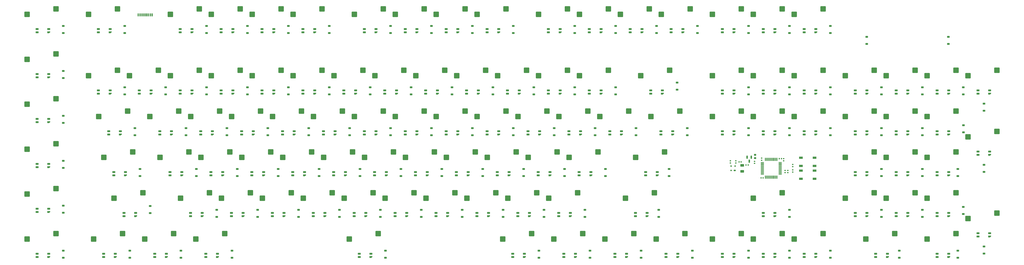
<source format=gbp>
%TF.GenerationSoftware,KiCad,Pcbnew,8.0.2*%
%TF.CreationDate,2024-07-25T18:57:38+02:00*%
%TF.ProjectId,micha_board,6d696368-615f-4626-9f61-72642e6b6963,rev?*%
%TF.SameCoordinates,Original*%
%TF.FileFunction,Paste,Bot*%
%TF.FilePolarity,Positive*%
%FSLAX46Y46*%
G04 Gerber Fmt 4.6, Leading zero omitted, Abs format (unit mm)*
G04 Created by KiCad (PCBNEW 8.0.2) date 2024-07-25 18:57:38*
%MOMM*%
%LPD*%
G01*
G04 APERTURE LIST*
G04 Aperture macros list*
%AMRoundRect*
0 Rectangle with rounded corners*
0 $1 Rounding radius*
0 $2 $3 $4 $5 $6 $7 $8 $9 X,Y pos of 4 corners*
0 Add a 4 corners polygon primitive as box body*
4,1,4,$2,$3,$4,$5,$6,$7,$8,$9,$2,$3,0*
0 Add four circle primitives for the rounded corners*
1,1,$1+$1,$2,$3*
1,1,$1+$1,$4,$5*
1,1,$1+$1,$6,$7*
1,1,$1+$1,$8,$9*
0 Add four rect primitives between the rounded corners*
20,1,$1+$1,$2,$3,$4,$5,0*
20,1,$1+$1,$4,$5,$6,$7,0*
20,1,$1+$1,$6,$7,$8,$9,0*
20,1,$1+$1,$8,$9,$2,$3,0*%
%AMFreePoly0*
4,1,18,-0.410000,0.593000,-0.403758,0.624380,-0.385983,0.650983,-0.359380,0.668758,-0.328000,0.675000,0.328000,0.675000,0.359380,0.668758,0.385983,0.650983,0.403758,0.624380,0.410000,0.593000,0.410000,-0.593000,0.403758,-0.624380,0.385983,-0.650983,0.359380,-0.668758,0.328000,-0.675000,0.000000,-0.675000,-0.410000,-0.265000,-0.410000,0.593000,-0.410000,0.593000,$1*%
G04 Aperture macros list end*
%ADD10RoundRect,0.225000X0.375000X-0.225000X0.375000X0.225000X-0.375000X0.225000X-0.375000X-0.225000X0*%
%ADD11RoundRect,0.082000X0.593000X-0.328000X0.593000X0.328000X-0.593000X0.328000X-0.593000X-0.328000X0*%
%ADD12FreePoly0,90.000000*%
%ADD13RoundRect,0.250000X1.025000X1.000000X-1.025000X1.000000X-1.025000X-1.000000X1.025000X-1.000000X0*%
%ADD14RoundRect,0.140000X0.140000X0.170000X-0.140000X0.170000X-0.140000X-0.170000X0.140000X-0.170000X0*%
%ADD15RoundRect,0.075000X0.662500X0.075000X-0.662500X0.075000X-0.662500X-0.075000X0.662500X-0.075000X0*%
%ADD16RoundRect,0.075000X0.075000X0.662500X-0.075000X0.662500X-0.075000X-0.662500X0.075000X-0.662500X0*%
%ADD17RoundRect,0.140000X0.170000X-0.140000X0.170000X0.140000X-0.170000X0.140000X-0.170000X-0.140000X0*%
%ADD18R,1.700000X1.000000*%
%ADD19RoundRect,0.175000X0.325000X-0.175000X0.325000X0.175000X-0.325000X0.175000X-0.325000X-0.175000X0*%
%ADD20RoundRect,0.150000X0.150000X-0.200000X0.150000X0.200000X-0.150000X0.200000X-0.150000X-0.200000X0*%
%ADD21RoundRect,0.140000X-0.140000X-0.170000X0.140000X-0.170000X0.140000X0.170000X-0.140000X0.170000X0*%
%ADD22RoundRect,0.150000X-0.150000X0.587500X-0.150000X-0.587500X0.150000X-0.587500X0.150000X0.587500X0*%
%ADD23RoundRect,0.135000X-0.185000X0.135000X-0.185000X-0.135000X0.185000X-0.135000X0.185000X0.135000X0*%
%ADD24RoundRect,0.140000X-0.170000X0.140000X-0.170000X-0.140000X0.170000X-0.140000X0.170000X0.140000X0*%
%ADD25RoundRect,0.250000X0.625000X-0.375000X0.625000X0.375000X-0.625000X0.375000X-0.625000X-0.375000X0*%
%ADD26RoundRect,0.135000X0.185000X-0.135000X0.185000X0.135000X-0.185000X0.135000X-0.185000X-0.135000X0*%
%ADD27R,0.600000X1.450000*%
%ADD28R,0.300000X1.450000*%
%ADD29RoundRect,0.225000X0.250000X-0.225000X0.250000X0.225000X-0.250000X0.225000X-0.250000X-0.225000X0*%
G04 APERTURE END LIST*
D10*
%TO.C,D73*%
X280962500Y-110975000D03*
X280962500Y-107675000D03*
%TD*%
D11*
%TO.C,LED66*%
X135387500Y-109105000D03*
X135387500Y-110605000D03*
X140837500Y-109105000D03*
D12*
X140837500Y-110605000D03*
%TD*%
D10*
%TO.C,D106*%
X366687500Y-149075000D03*
X366687500Y-145775000D03*
%TD*%
%TO.C,D61*%
X476300000Y-109050000D03*
X476300000Y-105750000D03*
%TD*%
%TO.C,D80*%
X88081250Y-128253125D03*
X88081250Y-124953125D03*
%TD*%
D11*
%TO.C,LED34*%
X373512500Y-71005000D03*
X373512500Y-72505000D03*
X378962500Y-71005000D03*
D12*
X378962500Y-72505000D03*
%TD*%
D11*
%TO.C,LED18*%
X35375000Y-63385000D03*
X35375000Y-64885000D03*
X40825000Y-63385000D03*
D12*
X40825000Y-64885000D03*
%TD*%
D10*
%TO.C,D99*%
X102368750Y-149075000D03*
X102368750Y-145775000D03*
%TD*%
D13*
%TO.C,MX1*%
X30740000Y-35560000D03*
X44190000Y-33020000D03*
%TD*%
D11*
%TO.C,LED68*%
X173487500Y-109105000D03*
X173487500Y-110605000D03*
X178937500Y-109105000D03*
D12*
X178937500Y-110605000D03*
%TD*%
D13*
%TO.C,MX16*%
X368877500Y-35560000D03*
X382327500Y-33020000D03*
%TD*%
D10*
%TO.C,D51*%
X276200000Y-91925000D03*
X276200000Y-88625000D03*
%TD*%
D13*
%TO.C,MX66*%
X130752500Y-102235000D03*
X144202500Y-99695000D03*
%TD*%
D10*
%TO.C,D41*%
X80937500Y-91925000D03*
X80937500Y-88625000D03*
%TD*%
D11*
%TO.C,LED77*%
X435425000Y-109105000D03*
X435425000Y-110605000D03*
X440875000Y-109105000D03*
D12*
X440875000Y-110605000D03*
%TD*%
D10*
%TO.C,D24*%
X171425000Y-72875000D03*
X171425000Y-69575000D03*
%TD*%
D11*
%TO.C,LED33*%
X354462500Y-71005000D03*
X354462500Y-72505000D03*
X359912500Y-71005000D03*
D12*
X359912500Y-72505000D03*
%TD*%
D14*
%TO.C,C4*%
X373473750Y-111850000D03*
X372513750Y-111850000D03*
%TD*%
D15*
%TO.C,U1*%
X381406250Y-104600000D03*
X381406250Y-105100000D03*
X381406250Y-105600000D03*
X381406250Y-106100000D03*
X381406250Y-106600000D03*
X381406250Y-107100000D03*
X381406250Y-107600000D03*
X381406250Y-108100000D03*
X381406250Y-108600000D03*
X381406250Y-109100000D03*
X381406250Y-109600000D03*
X381406250Y-110100000D03*
D16*
X379993750Y-111512500D03*
X379493750Y-111512500D03*
X378993750Y-111512500D03*
X378493750Y-111512500D03*
X377993750Y-111512500D03*
X377493750Y-111512500D03*
X376993750Y-111512500D03*
X376493750Y-111512500D03*
X375993750Y-111512500D03*
X375493750Y-111512500D03*
X374993750Y-111512500D03*
X374493750Y-111512500D03*
D15*
X373081250Y-110100000D03*
X373081250Y-109600000D03*
X373081250Y-109100000D03*
X373081250Y-108600000D03*
X373081250Y-108100000D03*
X373081250Y-107600000D03*
X373081250Y-107100000D03*
X373081250Y-106600000D03*
X373081250Y-106100000D03*
X373081250Y-105600000D03*
X373081250Y-105100000D03*
X373081250Y-104600000D03*
D16*
X374493750Y-103187500D03*
X374993750Y-103187500D03*
X375493750Y-103187500D03*
X375993750Y-103187500D03*
X376493750Y-103187500D03*
X376993750Y-103187500D03*
X377493750Y-103187500D03*
X377993750Y-103187500D03*
X378493750Y-103187500D03*
X378993750Y-103187500D03*
X379493750Y-103187500D03*
X379993750Y-103187500D03*
%TD*%
D10*
%TO.C,D39*%
X476300000Y-80475000D03*
X476300000Y-77175000D03*
%TD*%
D13*
%TO.C,MX51*%
X259340000Y-83185000D03*
X272790000Y-80645000D03*
%TD*%
%TO.C,MX99*%
X85508750Y-140335000D03*
X98958750Y-137795000D03*
%TD*%
%TO.C,MX46*%
X164090000Y-83185000D03*
X177540000Y-80645000D03*
%TD*%
D10*
%TO.C,D102*%
X269056250Y-149075000D03*
X269056250Y-145775000D03*
%TD*%
%TO.C,D40*%
X47600000Y-86210000D03*
X47600000Y-82910000D03*
%TD*%
D11*
%TO.C,LED29*%
X254450000Y-71005000D03*
X254450000Y-72505000D03*
X259900000Y-71005000D03*
D12*
X259900000Y-72505000D03*
%TD*%
D10*
%TO.C,D81*%
X119037500Y-130025000D03*
X119037500Y-126725000D03*
%TD*%
D13*
%TO.C,MX109*%
X421265000Y-140335000D03*
X434715000Y-137795000D03*
%TD*%
%TO.C,MX104*%
X299821250Y-140335000D03*
X313271250Y-137795000D03*
%TD*%
D11*
%TO.C,LED27*%
X216350000Y-71005000D03*
X216350000Y-72505000D03*
X221800000Y-71005000D03*
D12*
X221800000Y-72505000D03*
%TD*%
D13*
%TO.C,MX101*%
X180758750Y-140335000D03*
X194208750Y-137795000D03*
%TD*%
D11*
%TO.C,LED17*%
X392562500Y-42430000D03*
X392562500Y-43930000D03*
X398012500Y-42430000D03*
D12*
X398012500Y-43930000D03*
%TD*%
D10*
%TO.C,D52*%
X295250000Y-91925000D03*
X295250000Y-88625000D03*
%TD*%
D13*
%TO.C,MX31*%
X287915000Y-64135000D03*
X301365000Y-61595000D03*
%TD*%
D10*
%TO.C,D58*%
X428600000Y-91925000D03*
X428600000Y-88625000D03*
%TD*%
D13*
%TO.C,MX103*%
X276008750Y-140335000D03*
X289458750Y-137795000D03*
%TD*%
D11*
%TO.C,LED30*%
X273500000Y-71005000D03*
X273500000Y-72505000D03*
X278950000Y-71005000D03*
D12*
X278950000Y-72505000D03*
%TD*%
D13*
%TO.C,MX98*%
X61696250Y-140335000D03*
X75146250Y-137795000D03*
%TD*%
%TO.C,MX61*%
X468890000Y-92710000D03*
X482340000Y-90170000D03*
%TD*%
%TO.C,MX12*%
X287915000Y-35560000D03*
X301365000Y-33020000D03*
%TD*%
%TO.C,MX100*%
X109321250Y-140335000D03*
X122771250Y-137795000D03*
%TD*%
%TO.C,MX40*%
X30740000Y-77470000D03*
X44190000Y-74930000D03*
%TD*%
D10*
%TO.C,D94*%
X447650000Y-130025000D03*
X447650000Y-126725000D03*
%TD*%
D17*
%TO.C,C3*%
X372743750Y-103580000D03*
X372743750Y-102620000D03*
%TD*%
D11*
%TO.C,LED38*%
X454475000Y-71005000D03*
X454475000Y-72505000D03*
X459925000Y-71005000D03*
D12*
X459925000Y-72505000D03*
%TD*%
D13*
%TO.C,MX50*%
X240290000Y-83185000D03*
X253740000Y-80645000D03*
%TD*%
%TO.C,MX106*%
X349827500Y-140335000D03*
X363277500Y-137795000D03*
%TD*%
D10*
%TO.C,D54*%
X338112500Y-91925000D03*
X338112500Y-88625000D03*
%TD*%
%TO.C,D57*%
X404787500Y-91925000D03*
X404787500Y-88625000D03*
%TD*%
%TO.C,D28*%
X247625000Y-72875000D03*
X247625000Y-69575000D03*
%TD*%
%TO.C,D93*%
X428600000Y-130025000D03*
X428600000Y-126725000D03*
%TD*%
%TO.C,D66*%
X147612500Y-110975000D03*
X147612500Y-107675000D03*
%TD*%
D13*
%TO.C,MX87*%
X216477500Y-121285000D03*
X229927500Y-118745000D03*
%TD*%
D11*
%TO.C,LED2*%
X63950000Y-42430000D03*
X63950000Y-43930000D03*
X69400000Y-42430000D03*
D12*
X69400000Y-43930000D03*
%TD*%
D13*
%TO.C,MX71*%
X226002500Y-102235000D03*
X239452500Y-99695000D03*
%TD*%
D10*
%TO.C,D16*%
X385737500Y-44300000D03*
X385737500Y-41000000D03*
%TD*%
D13*
%TO.C,MX39*%
X468890000Y-64135000D03*
X482340000Y-61595000D03*
%TD*%
D10*
%TO.C,D60*%
X466725000Y-90550000D03*
X466725000Y-87250000D03*
%TD*%
D18*
%TO.C,BOOT1*%
X391093750Y-106250000D03*
X397393750Y-106250000D03*
X391093750Y-102450000D03*
X397393750Y-102450000D03*
%TD*%
D11*
%TO.C,LED67*%
X154437500Y-109105000D03*
X154437500Y-110605000D03*
X159887500Y-109105000D03*
D12*
X159887500Y-110605000D03*
%TD*%
D11*
%TO.C,LED43*%
X111575000Y-90055000D03*
X111575000Y-91555000D03*
X117025000Y-90055000D03*
D12*
X117025000Y-91555000D03*
%TD*%
D10*
%TO.C,D5*%
X152375000Y-44300000D03*
X152375000Y-41000000D03*
%TD*%
D13*
%TO.C,MX4*%
X116465000Y-35560000D03*
X129915000Y-33020000D03*
%TD*%
D11*
%TO.C,LED44*%
X130625000Y-90055000D03*
X130625000Y-91555000D03*
X136075000Y-90055000D03*
D12*
X136075000Y-91555000D03*
%TD*%
D13*
%TO.C,MX108*%
X387927500Y-140335000D03*
X401377500Y-137795000D03*
%TD*%
D10*
%TO.C,D21*%
X114275000Y-72875000D03*
X114275000Y-69575000D03*
%TD*%
D11*
%TO.C,LED110*%
X454475000Y-147205000D03*
X454475000Y-148705000D03*
X459925000Y-147205000D03*
D12*
X459925000Y-148705000D03*
%TD*%
D10*
%TO.C,D29*%
X266675000Y-72875000D03*
X266675000Y-69575000D03*
%TD*%
%TO.C,D36*%
X428600000Y-72875000D03*
X428600000Y-69575000D03*
%TD*%
D11*
%TO.C,LED28*%
X235400000Y-71005000D03*
X235400000Y-72505000D03*
X240850000Y-71005000D03*
D12*
X240850000Y-72505000D03*
%TD*%
D13*
%TO.C,MX11*%
X268865000Y-35560000D03*
X282315000Y-33020000D03*
%TD*%
D11*
%TO.C,LED20*%
X83000000Y-71005000D03*
X83000000Y-72505000D03*
X88450000Y-71005000D03*
D12*
X88450000Y-72505000D03*
%TD*%
D11*
%TO.C,LED31*%
X292550000Y-71005000D03*
X292550000Y-72505000D03*
X298000000Y-71005000D03*
D12*
X298000000Y-72505000D03*
%TD*%
D19*
%TO.C,U2*%
X360243750Y-108350000D03*
D20*
X358543750Y-108350000D03*
X358543750Y-106350000D03*
X360443750Y-106350000D03*
%TD*%
D21*
%TO.C,C5*%
X381013750Y-102850000D03*
X381973750Y-102850000D03*
%TD*%
D11*
%TO.C,LED3*%
X102050000Y-42430000D03*
X102050000Y-43930000D03*
X107500000Y-42430000D03*
D12*
X107500000Y-43930000D03*
%TD*%
D13*
%TO.C,MX21*%
X97415000Y-64135000D03*
X110865000Y-61595000D03*
%TD*%
D11*
%TO.C,LED96*%
X473525000Y-137680000D03*
X473525000Y-139180000D03*
X478975000Y-137680000D03*
D12*
X478975000Y-139180000D03*
%TD*%
D13*
%TO.C,MX75*%
X314108750Y-102235000D03*
X327558750Y-99695000D03*
%TD*%
D11*
%TO.C,LED5*%
X140150000Y-42430000D03*
X140150000Y-43930000D03*
X145600000Y-42430000D03*
D12*
X145600000Y-43930000D03*
%TD*%
D11*
%TO.C,LED58*%
X416375000Y-90055000D03*
X416375000Y-91555000D03*
X421825000Y-90055000D03*
D12*
X421825000Y-91555000D03*
%TD*%
D10*
%TO.C,D33*%
X366687500Y-72875000D03*
X366687500Y-69575000D03*
%TD*%
D11*
%TO.C,LED99*%
X90143750Y-147205000D03*
X90143750Y-148705000D03*
X95593750Y-147205000D03*
D12*
X95593750Y-148705000D03*
%TD*%
D13*
%TO.C,MX7*%
X183140000Y-35560000D03*
X196590000Y-33020000D03*
%TD*%
D10*
%TO.C,D69*%
X204762500Y-110975000D03*
X204762500Y-107675000D03*
%TD*%
D13*
%TO.C,MX35*%
X387927500Y-64135000D03*
X401377500Y-61595000D03*
%TD*%
D10*
%TO.C,D98*%
X78556250Y-149075000D03*
X78556250Y-145775000D03*
%TD*%
%TO.C,D42*%
X104750000Y-91925000D03*
X104750000Y-88625000D03*
%TD*%
D13*
%TO.C,MX82*%
X121227500Y-121285000D03*
X134677500Y-118745000D03*
%TD*%
%TO.C,MX53*%
X297440000Y-83185000D03*
X310890000Y-80645000D03*
%TD*%
D11*
%TO.C,LED59*%
X435425000Y-90055000D03*
X435425000Y-91555000D03*
X440875000Y-90055000D03*
D12*
X440875000Y-91555000D03*
%TD*%
D11*
%TO.C,LED32*%
X321125000Y-71005000D03*
X321125000Y-72505000D03*
X326575000Y-71005000D03*
D12*
X326575000Y-72505000D03*
%TD*%
D10*
%TO.C,D4*%
X133325000Y-44300000D03*
X133325000Y-41000000D03*
%TD*%
D11*
%TO.C,LED107*%
X373512500Y-147205000D03*
X373512500Y-148705000D03*
X378962500Y-147205000D03*
D12*
X378962500Y-148705000D03*
%TD*%
D11*
%TO.C,LED91*%
X313981250Y-128155000D03*
X313981250Y-129655000D03*
X319431250Y-128155000D03*
D12*
X319431250Y-129655000D03*
%TD*%
D13*
%TO.C,MX81*%
X102177500Y-121285000D03*
X115627500Y-118745000D03*
%TD*%
D10*
%TO.C,D79*%
X47600000Y-128120000D03*
X47600000Y-124820000D03*
%TD*%
D11*
%TO.C,LED24*%
X159200000Y-71005000D03*
X159200000Y-72505000D03*
X164650000Y-71005000D03*
D12*
X164650000Y-72505000D03*
%TD*%
D13*
%TO.C,MX17*%
X387927500Y-35560000D03*
X401377500Y-33020000D03*
%TD*%
%TO.C,MX23*%
X135515000Y-64135000D03*
X148965000Y-61595000D03*
%TD*%
%TO.C,MX59*%
X430790000Y-83185000D03*
X444240000Y-80645000D03*
%TD*%
D10*
%TO.C,D3*%
X114275000Y-44300000D03*
X114275000Y-41000000D03*
%TD*%
D11*
%TO.C,LED82*%
X125862500Y-128155000D03*
X125862500Y-129655000D03*
X131312500Y-128155000D03*
D12*
X131312500Y-129655000D03*
%TD*%
D10*
%TO.C,D78*%
X464100000Y-110975000D03*
X464100000Y-107675000D03*
%TD*%
%TO.C,D15*%
X366687500Y-44300000D03*
X366687500Y-41000000D03*
%TD*%
D11*
%TO.C,LED56*%
X373512500Y-90055000D03*
X373512500Y-91555000D03*
X378962500Y-90055000D03*
D12*
X378962500Y-91555000D03*
%TD*%
D10*
%TO.C,D32*%
X333375000Y-70706250D03*
X333375000Y-67406250D03*
%TD*%
%TO.C,D46*%
X180950000Y-91925000D03*
X180950000Y-88625000D03*
%TD*%
%TO.C,D20*%
X95225000Y-72875000D03*
X95225000Y-69575000D03*
%TD*%
%TO.C,D48*%
X219050000Y-91925000D03*
X219050000Y-88625000D03*
%TD*%
%TO.C,D105*%
X340493750Y-149075000D03*
X340493750Y-145775000D03*
%TD*%
%TO.C,D23*%
X152375000Y-72875000D03*
X152375000Y-69575000D03*
%TD*%
D13*
%TO.C,MX62*%
X30740000Y-98425000D03*
X44190000Y-95885000D03*
%TD*%
%TO.C,MX30*%
X268865000Y-64135000D03*
X282315000Y-61595000D03*
%TD*%
%TO.C,MX80*%
X71221250Y-121285000D03*
X84671250Y-118745000D03*
%TD*%
D11*
%TO.C,LED97*%
X35375000Y-147205000D03*
X35375000Y-148705000D03*
X40825000Y-147205000D03*
D12*
X40825000Y-148705000D03*
%TD*%
D13*
%TO.C,MX26*%
X192665000Y-64135000D03*
X206115000Y-61595000D03*
%TD*%
D18*
%TO.C,RST1*%
X397393750Y-108450000D03*
X391093750Y-108450000D03*
X397393750Y-112250000D03*
X391093750Y-112250000D03*
%TD*%
D10*
%TO.C,D50*%
X257150000Y-91925000D03*
X257150000Y-88625000D03*
%TD*%
%TO.C,D95*%
X466700000Y-128650000D03*
X466700000Y-125350000D03*
%TD*%
D11*
%TO.C,LED76*%
X416375000Y-109105000D03*
X416375000Y-110605000D03*
X421825000Y-109105000D03*
D12*
X421825000Y-110605000D03*
%TD*%
D11*
%TO.C,LED102*%
X256831250Y-147205000D03*
X256831250Y-148705000D03*
X262281250Y-147205000D03*
D12*
X262281250Y-148705000D03*
%TD*%
D13*
%TO.C,MX79*%
X30740000Y-119380000D03*
X44190000Y-116840000D03*
%TD*%
D10*
%TO.C,D7*%
X200000000Y-44300000D03*
X200000000Y-41000000D03*
%TD*%
D13*
%TO.C,MX13*%
X306965000Y-35560000D03*
X320415000Y-33020000D03*
%TD*%
D11*
%TO.C,LED25*%
X178250000Y-71005000D03*
X178250000Y-72505000D03*
X183700000Y-71005000D03*
D12*
X183700000Y-72505000D03*
%TD*%
D10*
%TO.C,D25*%
X190475000Y-72875000D03*
X190475000Y-69575000D03*
%TD*%
D11*
%TO.C,LED109*%
X425900000Y-147205000D03*
X425900000Y-148705000D03*
X431350000Y-147205000D03*
D12*
X431350000Y-148705000D03*
%TD*%
D13*
%TO.C,MX56*%
X368877500Y-83185000D03*
X382327500Y-80645000D03*
%TD*%
D10*
%TO.C,D35*%
X404787500Y-72875000D03*
X404787500Y-69575000D03*
%TD*%
D13*
%TO.C,MX63*%
X66458750Y-102235000D03*
X79908750Y-99695000D03*
%TD*%
%TO.C,MX36*%
X411740000Y-64135000D03*
X425190000Y-61595000D03*
%TD*%
D10*
%TO.C,D62*%
X47600000Y-107165000D03*
X47600000Y-103865000D03*
%TD*%
D11*
%TO.C,LED37*%
X435425000Y-71005000D03*
X435425000Y-72505000D03*
X440875000Y-71005000D03*
D12*
X440875000Y-72505000D03*
%TD*%
D11*
%TO.C,LED103*%
X280643750Y-147205000D03*
X280643750Y-148705000D03*
X286093750Y-147205000D03*
D12*
X286093750Y-148705000D03*
%TD*%
D11*
%TO.C,LED71*%
X230637500Y-109105000D03*
X230637500Y-110605000D03*
X236087500Y-109105000D03*
D12*
X236087500Y-110605000D03*
%TD*%
D10*
%TO.C,D2*%
X76175000Y-44300000D03*
X76175000Y-41000000D03*
%TD*%
%TO.C,D88*%
X252387500Y-130025000D03*
X252387500Y-126725000D03*
%TD*%
%TO.C,D38*%
X466700000Y-72875000D03*
X466700000Y-69575000D03*
%TD*%
D11*
%TO.C,LED6*%
X159200000Y-42430000D03*
X159200000Y-43930000D03*
X164650000Y-42430000D03*
D12*
X164650000Y-43930000D03*
%TD*%
D10*
%TO.C,D72*%
X261912500Y-110975000D03*
X261912500Y-107675000D03*
%TD*%
D13*
%TO.C,MX45*%
X145040000Y-83185000D03*
X158490000Y-80645000D03*
%TD*%
D11*
%TO.C,LED40*%
X35375000Y-84340000D03*
X35375000Y-85840000D03*
X40825000Y-84340000D03*
D12*
X40825000Y-85840000D03*
%TD*%
D13*
%TO.C,MX102*%
X252196250Y-140335000D03*
X265646250Y-137795000D03*
%TD*%
D10*
%TO.C,D100*%
X126181250Y-149075000D03*
X126181250Y-145775000D03*
%TD*%
D11*
%TO.C,LED16*%
X373512500Y-42430000D03*
X373512500Y-43930000D03*
X378962500Y-42430000D03*
D12*
X378962500Y-43930000D03*
%TD*%
D13*
%TO.C,MX38*%
X449840000Y-64135000D03*
X463290000Y-61595000D03*
%TD*%
D11*
%TO.C,LED50*%
X244925000Y-90055000D03*
X244925000Y-91555000D03*
X250375000Y-90055000D03*
D12*
X250375000Y-91555000D03*
%TD*%
D13*
%TO.C,MX58*%
X411740000Y-83185000D03*
X425190000Y-80645000D03*
%TD*%
%TO.C,MX83*%
X140277500Y-121285000D03*
X153727500Y-118745000D03*
%TD*%
D10*
%TO.C,D90*%
X290487500Y-130025000D03*
X290487500Y-126725000D03*
%TD*%
D13*
%TO.C,MX76*%
X411740000Y-102235000D03*
X425190000Y-99695000D03*
%TD*%
D11*
%TO.C,LED92*%
X373512500Y-128155000D03*
X373512500Y-129655000D03*
X378962500Y-128155000D03*
D12*
X378962500Y-129655000D03*
%TD*%
D11*
%TO.C,LED13*%
X311600000Y-42430000D03*
X311600000Y-43930000D03*
X317050000Y-42430000D03*
D12*
X317050000Y-43930000D03*
%TD*%
D13*
%TO.C,MX69*%
X187902500Y-102235000D03*
X201352500Y-99695000D03*
%TD*%
%TO.C,MX43*%
X106940000Y-83185000D03*
X120390000Y-80645000D03*
%TD*%
D10*
%TO.C,D44*%
X142850000Y-91925000D03*
X142850000Y-88625000D03*
%TD*%
D11*
%TO.C,LED79*%
X35375000Y-126250000D03*
X35375000Y-127750000D03*
X40825000Y-126250000D03*
D12*
X40825000Y-127750000D03*
%TD*%
D11*
%TO.C,LED73*%
X268737500Y-109105000D03*
X268737500Y-110605000D03*
X274187500Y-109105000D03*
D12*
X274187500Y-110605000D03*
%TD*%
D10*
%TO.C,D37*%
X447650000Y-72875000D03*
X447650000Y-69575000D03*
%TD*%
D11*
%TO.C,LED105*%
X328268750Y-147205000D03*
X328268750Y-148705000D03*
X333718750Y-147205000D03*
D12*
X333718750Y-148705000D03*
%TD*%
D13*
%TO.C,MX24*%
X154565000Y-64135000D03*
X168015000Y-61595000D03*
%TD*%
D11*
%TO.C,LED62*%
X35375000Y-105295000D03*
X35375000Y-106795000D03*
X40825000Y-105295000D03*
D12*
X40825000Y-106795000D03*
%TD*%
D13*
%TO.C,MX34*%
X368877500Y-64135000D03*
X382327500Y-61595000D03*
%TD*%
D11*
%TO.C,LED26*%
X197300000Y-71005000D03*
X197300000Y-72505000D03*
X202750000Y-71005000D03*
D12*
X202750000Y-72505000D03*
%TD*%
D10*
%TO.C,D12*%
X304775000Y-44300000D03*
X304775000Y-41000000D03*
%TD*%
D11*
%TO.C,LED48*%
X206825000Y-90055000D03*
X206825000Y-91555000D03*
X212275000Y-90055000D03*
D12*
X212275000Y-91555000D03*
%TD*%
D13*
%TO.C,MX91*%
X309346250Y-121285000D03*
X322796250Y-118745000D03*
%TD*%
D11*
%TO.C,LED72*%
X249687500Y-109105000D03*
X249687500Y-110605000D03*
X255137500Y-109105000D03*
D12*
X255137500Y-110605000D03*
%TD*%
D10*
%TO.C,D53*%
X314300000Y-91925000D03*
X314300000Y-88625000D03*
%TD*%
D11*
%TO.C,LED100*%
X113956250Y-147205000D03*
X113956250Y-148705000D03*
X119406250Y-147205000D03*
D12*
X119406250Y-148705000D03*
%TD*%
D13*
%TO.C,MX41*%
X64077500Y-83185000D03*
X77527500Y-80645000D03*
%TD*%
%TO.C,MX47*%
X183140000Y-83185000D03*
X196590000Y-80645000D03*
%TD*%
%TO.C,MX22*%
X116465000Y-64135000D03*
X129915000Y-61595000D03*
%TD*%
D10*
%TO.C,D109*%
X436900000Y-149075000D03*
X436900000Y-145775000D03*
%TD*%
D11*
%TO.C,LED23*%
X140150000Y-71005000D03*
X140150000Y-72505000D03*
X145600000Y-71005000D03*
D12*
X145600000Y-72505000D03*
%TD*%
D10*
%TO.C,D17*%
X404787500Y-44300000D03*
X404787500Y-41000000D03*
%TD*%
D13*
%TO.C,MX67*%
X149802500Y-102235000D03*
X163252500Y-99695000D03*
%TD*%
D11*
%TO.C,LED57*%
X392562500Y-90055000D03*
X392562500Y-91555000D03*
X398012500Y-90055000D03*
D12*
X398012500Y-91555000D03*
%TD*%
D11*
%TO.C,LED81*%
X106812500Y-128155000D03*
X106812500Y-129655000D03*
X112262500Y-128155000D03*
D12*
X112262500Y-129655000D03*
%TD*%
D11*
%TO.C,LED12*%
X292550000Y-42430000D03*
X292550000Y-43930000D03*
X298000000Y-42430000D03*
D12*
X298000000Y-43930000D03*
%TD*%
D13*
%TO.C,MX60*%
X449840000Y-83185000D03*
X463290000Y-80645000D03*
%TD*%
D11*
%TO.C,LED22*%
X121100000Y-71005000D03*
X121100000Y-72505000D03*
X126550000Y-71005000D03*
D12*
X126550000Y-72505000D03*
%TD*%
D13*
%TO.C,MX14*%
X326015000Y-35560000D03*
X339465000Y-33020000D03*
%TD*%
D10*
%TO.C,D112*%
X459700000Y-49350000D03*
X459700000Y-46050000D03*
%TD*%
D11*
%TO.C,LED55*%
X354462500Y-90055000D03*
X354462500Y-91555000D03*
X359912500Y-90055000D03*
D12*
X359912500Y-91555000D03*
%TD*%
D13*
%TO.C,MX89*%
X254577500Y-121285000D03*
X268027500Y-118745000D03*
%TD*%
D22*
%TO.C,U3*%
X366043750Y-102162500D03*
X367943750Y-102162500D03*
X366993750Y-104037500D03*
%TD*%
D10*
%TO.C,D86*%
X214287500Y-130025000D03*
X214287500Y-126725000D03*
%TD*%
D13*
%TO.C,MX72*%
X245052500Y-102235000D03*
X258502500Y-99695000D03*
%TD*%
D10*
%TO.C,D75*%
X329700000Y-110975000D03*
X329700000Y-107675000D03*
%TD*%
D11*
%TO.C,LED46*%
X168725000Y-90055000D03*
X168725000Y-91555000D03*
X174175000Y-90055000D03*
D12*
X174175000Y-91555000D03*
%TD*%
D10*
%TO.C,D67*%
X166662500Y-110975000D03*
X166662500Y-107675000D03*
%TD*%
%TO.C,D31*%
X304775000Y-72875000D03*
X304775000Y-69575000D03*
%TD*%
D13*
%TO.C,MX25*%
X173615000Y-64135000D03*
X187065000Y-61595000D03*
%TD*%
D11*
%TO.C,LED63*%
X71093750Y-109105000D03*
X71093750Y-110605000D03*
X76543750Y-109105000D03*
D12*
X76543750Y-110605000D03*
%TD*%
D13*
%TO.C,MX33*%
X349827500Y-64135000D03*
X363277500Y-61595000D03*
%TD*%
D10*
%TO.C,D76*%
X428600000Y-110975000D03*
X428600000Y-107675000D03*
%TD*%
D11*
%TO.C,LED87*%
X221112500Y-128155000D03*
X221112500Y-129655000D03*
X226562500Y-128155000D03*
D12*
X226562500Y-129655000D03*
%TD*%
D17*
%TO.C,C6*%
X382993750Y-103830000D03*
X382993750Y-102870000D03*
%TD*%
D10*
%TO.C,D92*%
X385737500Y-130025000D03*
X385737500Y-126725000D03*
%TD*%
D11*
%TO.C,LED93*%
X416375000Y-128155000D03*
X416375000Y-129655000D03*
X421825000Y-128155000D03*
D12*
X421825000Y-129655000D03*
%TD*%
D10*
%TO.C,D47*%
X200000000Y-91925000D03*
X200000000Y-88625000D03*
%TD*%
D13*
%TO.C,MX96*%
X468890000Y-130810000D03*
X482340000Y-128270000D03*
%TD*%
D11*
%TO.C,LED95*%
X454475000Y-128155000D03*
X454475000Y-129655000D03*
X459925000Y-128155000D03*
D12*
X459925000Y-129655000D03*
%TD*%
D11*
%TO.C,LED78*%
X454475000Y-109105000D03*
X454475000Y-110605000D03*
X459925000Y-109105000D03*
D12*
X459925000Y-110605000D03*
%TD*%
D13*
%TO.C,MX86*%
X197427500Y-121285000D03*
X210877500Y-118745000D03*
%TD*%
D10*
%TO.C,D87*%
X233337500Y-130025000D03*
X233337500Y-126725000D03*
%TD*%
D11*
%TO.C,LED54*%
X325887500Y-90055000D03*
X325887500Y-91555000D03*
X331337500Y-90055000D03*
D12*
X331337500Y-91555000D03*
%TD*%
D11*
%TO.C,LED86*%
X202062500Y-128155000D03*
X202062500Y-129655000D03*
X207512500Y-128155000D03*
D12*
X207512500Y-129655000D03*
%TD*%
D11*
%TO.C,LED42*%
X92525000Y-90055000D03*
X92525000Y-91555000D03*
X97975000Y-90055000D03*
D12*
X97975000Y-91555000D03*
%TD*%
D10*
%TO.C,D85*%
X195237500Y-130025000D03*
X195237500Y-126725000D03*
%TD*%
D13*
%TO.C,MX94*%
X430790000Y-121285000D03*
X444240000Y-118745000D03*
%TD*%
D11*
%TO.C,LED8*%
X206825000Y-42430000D03*
X206825000Y-43930000D03*
X212275000Y-42430000D03*
D12*
X212275000Y-43930000D03*
%TD*%
D13*
%TO.C,MX29*%
X249815000Y-64135000D03*
X263265000Y-61595000D03*
%TD*%
D11*
%TO.C,LED51*%
X263975000Y-90055000D03*
X263975000Y-91555000D03*
X269425000Y-90055000D03*
D12*
X269425000Y-91555000D03*
%TD*%
D13*
%TO.C,MX57*%
X387927500Y-83185000D03*
X401377500Y-80645000D03*
%TD*%
D11*
%TO.C,LED98*%
X66331250Y-147205000D03*
X66331250Y-148705000D03*
X71781250Y-147205000D03*
D12*
X71781250Y-148705000D03*
%TD*%
D11*
%TO.C,LED83*%
X144912500Y-128155000D03*
X144912500Y-129655000D03*
X150362500Y-128155000D03*
D12*
X150362500Y-129655000D03*
%TD*%
D10*
%TO.C,D56*%
X385737500Y-91925000D03*
X385737500Y-88625000D03*
%TD*%
D13*
%TO.C,MX5*%
X135515000Y-35560000D03*
X148965000Y-33020000D03*
%TD*%
D10*
%TO.C,D26*%
X209525000Y-72875000D03*
X209525000Y-69575000D03*
%TD*%
D13*
%TO.C,MX110*%
X449840000Y-140335000D03*
X463290000Y-137795000D03*
%TD*%
D11*
%TO.C,LED108*%
X392562500Y-147205000D03*
X392562500Y-148705000D03*
X398012500Y-147205000D03*
D12*
X398012500Y-148705000D03*
%TD*%
D11*
%TO.C,LED14*%
X330650000Y-42430000D03*
X330650000Y-43930000D03*
X336100000Y-42430000D03*
D12*
X336100000Y-43930000D03*
%TD*%
D10*
%TO.C,D9*%
X238100000Y-44300000D03*
X238100000Y-41000000D03*
%TD*%
D13*
%TO.C,MX52*%
X278390000Y-83185000D03*
X291840000Y-80645000D03*
%TD*%
D11*
%TO.C,LED84*%
X163962500Y-128155000D03*
X163962500Y-129655000D03*
X169412500Y-128155000D03*
D12*
X169412500Y-129655000D03*
%TD*%
D23*
%TO.C,R1*%
X360743750Y-103840000D03*
X360743750Y-104860000D03*
%TD*%
D13*
%TO.C,MX27*%
X211715000Y-64135000D03*
X225165000Y-61595000D03*
%TD*%
%TO.C,MX70*%
X206952500Y-102235000D03*
X220402500Y-99695000D03*
%TD*%
D10*
%TO.C,D84*%
X176187500Y-130025000D03*
X176187500Y-126725000D03*
%TD*%
%TO.C,D45*%
X161900000Y-91925000D03*
X161900000Y-88625000D03*
%TD*%
%TO.C,D110*%
X464100000Y-149075000D03*
X464100000Y-145775000D03*
%TD*%
%TO.C,D10*%
X257150000Y-44300000D03*
X257150000Y-41000000D03*
%TD*%
D11*
%TO.C,LED1*%
X35375000Y-42430000D03*
X35375000Y-43930000D03*
X40825000Y-42430000D03*
D12*
X40825000Y-43930000D03*
%TD*%
D10*
%TO.C,D104*%
X316681250Y-149075000D03*
X316681250Y-145775000D03*
%TD*%
D24*
%TO.C,C10*%
X369493750Y-104120000D03*
X369493750Y-105080000D03*
%TD*%
D10*
%TO.C,D11*%
X285725000Y-44300000D03*
X285725000Y-41000000D03*
%TD*%
D11*
%TO.C,LED35*%
X392562500Y-71005000D03*
X392562500Y-72505000D03*
X398012500Y-71005000D03*
D12*
X398012500Y-72505000D03*
%TD*%
D13*
%TO.C,MX95*%
X449840000Y-121285000D03*
X463290000Y-118745000D03*
%TD*%
D25*
%TO.C,F1*%
X363743750Y-108750000D03*
X363743750Y-105950000D03*
%TD*%
D13*
%TO.C,MX44*%
X125990000Y-83185000D03*
X139440000Y-80645000D03*
%TD*%
D10*
%TO.C,D70*%
X223812500Y-110975000D03*
X223812500Y-107675000D03*
%TD*%
%TO.C,D27*%
X228575000Y-72875000D03*
X228575000Y-69575000D03*
%TD*%
D13*
%TO.C,MX48*%
X202190000Y-83185000D03*
X215640000Y-80645000D03*
%TD*%
%TO.C,MX68*%
X168852500Y-102235000D03*
X182302500Y-99695000D03*
%TD*%
%TO.C,MX9*%
X221240000Y-35560000D03*
X234690000Y-33020000D03*
%TD*%
D10*
%TO.C,D74*%
X300012500Y-110975000D03*
X300012500Y-107675000D03*
%TD*%
D11*
%TO.C,LED65*%
X116337500Y-109105000D03*
X116337500Y-110605000D03*
X121787500Y-109105000D03*
D12*
X121787500Y-110605000D03*
%TD*%
D13*
%TO.C,MX8*%
X202190000Y-35560000D03*
X215640000Y-33020000D03*
%TD*%
D11*
%TO.C,LED101*%
X185393750Y-147205000D03*
X185393750Y-148705000D03*
X190843750Y-147205000D03*
D12*
X190843750Y-148705000D03*
%TD*%
D11*
%TO.C,LED64*%
X97287500Y-109105000D03*
X97287500Y-110605000D03*
X102737500Y-109105000D03*
D12*
X102737500Y-110605000D03*
%TD*%
D13*
%TO.C,MX74*%
X283152500Y-102235000D03*
X296602500Y-99695000D03*
%TD*%
D10*
%TO.C,D89*%
X271437500Y-130025000D03*
X271437500Y-126725000D03*
%TD*%
%TO.C,D59*%
X447650000Y-91925000D03*
X447650000Y-88625000D03*
%TD*%
D11*
%TO.C,LED7*%
X187775000Y-42430000D03*
X187775000Y-43930000D03*
X193225000Y-42430000D03*
D12*
X193225000Y-43930000D03*
%TD*%
D10*
%TO.C,D65*%
X128562500Y-110975000D03*
X128562500Y-107675000D03*
%TD*%
%TO.C,D77*%
X447650000Y-110975000D03*
X447650000Y-107675000D03*
%TD*%
D13*
%TO.C,MX2*%
X59315000Y-35560000D03*
X72765000Y-33020000D03*
%TD*%
%TO.C,MX107*%
X368877500Y-140335000D03*
X382327500Y-137795000D03*
%TD*%
D14*
%TO.C,C9*%
X366473750Y-105850000D03*
X365513750Y-105850000D03*
%TD*%
D11*
%TO.C,LED4*%
X121100000Y-42430000D03*
X121100000Y-43930000D03*
X126550000Y-42430000D03*
D12*
X126550000Y-43930000D03*
%TD*%
D13*
%TO.C,MX6*%
X154565000Y-35560000D03*
X168015000Y-33020000D03*
%TD*%
D10*
%TO.C,D8*%
X219050000Y-44300000D03*
X219050000Y-41000000D03*
%TD*%
D13*
%TO.C,MX54*%
X321252500Y-83185000D03*
X334702500Y-80645000D03*
%TD*%
D10*
%TO.C,D108*%
X404787500Y-149075000D03*
X404787500Y-145775000D03*
%TD*%
D11*
%TO.C,LED41*%
X68712500Y-90055000D03*
X68712500Y-91555000D03*
X74162500Y-90055000D03*
D12*
X74162500Y-91555000D03*
%TD*%
D13*
%TO.C,MX20*%
X78365000Y-64135000D03*
X91815000Y-61595000D03*
%TD*%
D11*
%TO.C,LED74*%
X287787500Y-109105000D03*
X287787500Y-110605000D03*
X293237500Y-109105000D03*
D12*
X293237500Y-110605000D03*
%TD*%
D11*
%TO.C,LED80*%
X75856250Y-128155000D03*
X75856250Y-129655000D03*
X81306250Y-128155000D03*
D12*
X81306250Y-129655000D03*
%TD*%
D24*
%TO.C,C1*%
X384980327Y-108383423D03*
X384980327Y-109343423D03*
%TD*%
D11*
%TO.C,LED49*%
X225875000Y-90055000D03*
X225875000Y-91555000D03*
X231325000Y-90055000D03*
D12*
X231325000Y-91555000D03*
%TD*%
D10*
%TO.C,D34*%
X385737500Y-72875000D03*
X385737500Y-69575000D03*
%TD*%
%TO.C,D19*%
X76175000Y-72875000D03*
X76175000Y-69575000D03*
%TD*%
D23*
%TO.C,R4*%
X387243750Y-108090000D03*
X387243750Y-109110000D03*
%TD*%
D11*
%TO.C,LED104*%
X304456250Y-147205000D03*
X304456250Y-148705000D03*
X309906250Y-147205000D03*
D12*
X309906250Y-148705000D03*
%TD*%
D10*
%TO.C,D49*%
X238100000Y-91925000D03*
X238100000Y-88625000D03*
%TD*%
%TO.C,D14*%
X342875000Y-44300000D03*
X342875000Y-41000000D03*
%TD*%
%TO.C,D1*%
X47600000Y-44300000D03*
X47600000Y-41000000D03*
%TD*%
D13*
%TO.C,MX105*%
X323633750Y-140335000D03*
X337083750Y-137795000D03*
%TD*%
D10*
%TO.C,D63*%
X83318750Y-110975000D03*
X83318750Y-107675000D03*
%TD*%
D13*
%TO.C,MX10*%
X240290000Y-35560000D03*
X253740000Y-33020000D03*
%TD*%
D10*
%TO.C,D68*%
X185712500Y-110975000D03*
X185712500Y-107675000D03*
%TD*%
D13*
%TO.C,MX55*%
X349827500Y-83185000D03*
X363277500Y-80645000D03*
%TD*%
D17*
%TO.C,C7*%
X383730327Y-109343423D03*
X383730327Y-108383423D03*
%TD*%
D10*
%TO.C,D22*%
X133325000Y-72875000D03*
X133325000Y-69575000D03*
%TD*%
D11*
%TO.C,LED106*%
X354462500Y-147205000D03*
X354462500Y-148705000D03*
X359912500Y-147205000D03*
D12*
X359912500Y-148705000D03*
%TD*%
D11*
%TO.C,LED94*%
X435425000Y-128155000D03*
X435425000Y-129655000D03*
X440875000Y-128155000D03*
D12*
X440875000Y-129655000D03*
%TD*%
D10*
%TO.C,D6*%
X171425000Y-44300000D03*
X171425000Y-41000000D03*
%TD*%
D13*
%TO.C,MX90*%
X273627500Y-121285000D03*
X287077500Y-118745000D03*
%TD*%
D26*
%TO.C,R2*%
X358243750Y-104860000D03*
X358243750Y-103840000D03*
%TD*%
D13*
%TO.C,MX19*%
X59315000Y-64135000D03*
X72765000Y-61595000D03*
%TD*%
D11*
%TO.C,LED70*%
X211587500Y-109105000D03*
X211587500Y-110605000D03*
X217037500Y-109105000D03*
D12*
X217037500Y-110605000D03*
%TD*%
D13*
%TO.C,MX77*%
X430790000Y-102235000D03*
X444240000Y-99695000D03*
%TD*%
%TO.C,MX92*%
X368877500Y-121285000D03*
X382327500Y-118745000D03*
%TD*%
D11*
%TO.C,LED61*%
X473525000Y-99580000D03*
X473525000Y-101080000D03*
X478975000Y-99580000D03*
D12*
X478975000Y-101080000D03*
%TD*%
D13*
%TO.C,MX88*%
X235527500Y-121285000D03*
X248977500Y-118745000D03*
%TD*%
%TO.C,MX37*%
X430790000Y-64135000D03*
X444240000Y-61595000D03*
%TD*%
%TO.C,MX73*%
X264102500Y-102235000D03*
X277552500Y-99695000D03*
%TD*%
D27*
%TO.C,J1*%
X82475000Y-35776250D03*
X83275000Y-35776250D03*
D28*
X84475000Y-35776250D03*
X85475000Y-35776250D03*
X85975000Y-35776250D03*
X86975000Y-35776250D03*
D27*
X88175000Y-35776250D03*
X88975000Y-35776250D03*
X88975000Y-35776250D03*
X88175000Y-35776250D03*
D28*
X87475000Y-35776250D03*
X86475000Y-35776250D03*
X84975000Y-35776250D03*
X83975000Y-35776250D03*
D27*
X83275000Y-35776250D03*
X82475000Y-35776250D03*
%TD*%
D13*
%TO.C,MX49*%
X221240000Y-83185000D03*
X234690000Y-80645000D03*
%TD*%
D11*
%TO.C,LED47*%
X187775000Y-90055000D03*
X187775000Y-91555000D03*
X193225000Y-90055000D03*
D12*
X193225000Y-91555000D03*
%TD*%
D10*
%TO.C,D96*%
X476300000Y-147150000D03*
X476300000Y-143850000D03*
%TD*%
%TO.C,D55*%
X366687500Y-91925000D03*
X366687500Y-88625000D03*
%TD*%
D11*
%TO.C,LED60*%
X454475000Y-90055000D03*
X454475000Y-91555000D03*
X459925000Y-90055000D03*
D12*
X459925000Y-91555000D03*
%TD*%
D13*
%TO.C,MX32*%
X316490000Y-64135000D03*
X329940000Y-61595000D03*
%TD*%
D10*
%TO.C,D18*%
X47600000Y-65255000D03*
X47600000Y-61955000D03*
%TD*%
D23*
%TO.C,R3*%
X387243750Y-105590000D03*
X387243750Y-106610000D03*
%TD*%
D11*
%TO.C,LED15*%
X354462500Y-42430000D03*
X354462500Y-43930000D03*
X359912500Y-42430000D03*
D12*
X359912500Y-43930000D03*
%TD*%
D10*
%TO.C,D91*%
X324900000Y-130025000D03*
X324900000Y-126725000D03*
%TD*%
D11*
%TO.C,LED90*%
X278262500Y-128155000D03*
X278262500Y-129655000D03*
X283712500Y-128155000D03*
D12*
X283712500Y-129655000D03*
%TD*%
D11*
%TO.C,LED39*%
X473525000Y-71005000D03*
X473525000Y-72505000D03*
X478975000Y-71005000D03*
D12*
X478975000Y-72505000D03*
%TD*%
D11*
%TO.C,LED85*%
X183012500Y-128155000D03*
X183012500Y-129655000D03*
X188462500Y-128155000D03*
D12*
X188462500Y-129655000D03*
%TD*%
D11*
%TO.C,LED19*%
X63950000Y-71005000D03*
X63950000Y-72505000D03*
X69400000Y-71005000D03*
D12*
X69400000Y-72505000D03*
%TD*%
D29*
%TO.C,C2*%
X369743750Y-102625000D03*
X369743750Y-101075000D03*
%TD*%
D11*
%TO.C,LED9*%
X225875000Y-42430000D03*
X225875000Y-43930000D03*
X231325000Y-42430000D03*
D12*
X231325000Y-43930000D03*
%TD*%
D13*
%TO.C,MX84*%
X159327500Y-121285000D03*
X172777500Y-118745000D03*
%TD*%
D14*
%TO.C,C8*%
X363223750Y-104350000D03*
X362263750Y-104350000D03*
%TD*%
D10*
%TO.C,D111*%
X421700000Y-49350000D03*
X421700000Y-46050000D03*
%TD*%
D11*
%TO.C,LED36*%
X416375000Y-71005000D03*
X416375000Y-72505000D03*
X421825000Y-71005000D03*
D12*
X421825000Y-72505000D03*
%TD*%
D13*
%TO.C,MX42*%
X87890000Y-83185000D03*
X101340000Y-80645000D03*
%TD*%
%TO.C,MX85*%
X178377500Y-121285000D03*
X191827500Y-118745000D03*
%TD*%
D11*
%TO.C,LED52*%
X283025000Y-90055000D03*
X283025000Y-91555000D03*
X288475000Y-90055000D03*
D12*
X288475000Y-91555000D03*
%TD*%
D10*
%TO.C,D83*%
X157137500Y-130025000D03*
X157137500Y-126725000D03*
%TD*%
D11*
%TO.C,LED75*%
X318743750Y-109105000D03*
X318743750Y-110605000D03*
X324193750Y-109105000D03*
D12*
X324193750Y-110605000D03*
%TD*%
D10*
%TO.C,D30*%
X285725000Y-72875000D03*
X285725000Y-69575000D03*
%TD*%
D13*
%TO.C,MX3*%
X97415000Y-35560000D03*
X110865000Y-33020000D03*
%TD*%
D10*
%TO.C,D97*%
X47600000Y-149075000D03*
X47600000Y-145775000D03*
%TD*%
D11*
%TO.C,LED10*%
X244925000Y-42430000D03*
X244925000Y-43930000D03*
X250375000Y-42430000D03*
D12*
X250375000Y-43930000D03*
%TD*%
D13*
%TO.C,MX28*%
X230765000Y-64135000D03*
X244215000Y-61595000D03*
%TD*%
%TO.C,MX65*%
X111702500Y-102235000D03*
X125152500Y-99695000D03*
%TD*%
D11*
%TO.C,LED53*%
X302075000Y-90055000D03*
X302075000Y-91555000D03*
X307525000Y-90055000D03*
D12*
X307525000Y-91555000D03*
%TD*%
D11*
%TO.C,LED21*%
X102050000Y-71005000D03*
X102050000Y-72505000D03*
X107500000Y-71005000D03*
D12*
X107500000Y-72505000D03*
%TD*%
D11*
%TO.C,LED69*%
X192537500Y-109105000D03*
X192537500Y-110605000D03*
X197987500Y-109105000D03*
D12*
X197987500Y-110605000D03*
%TD*%
D13*
%TO.C,MX97*%
X30740000Y-140335000D03*
X44190000Y-137795000D03*
%TD*%
D11*
%TO.C,LED11*%
X273500000Y-42430000D03*
X273500000Y-43930000D03*
X278950000Y-42430000D03*
D12*
X278950000Y-43930000D03*
%TD*%
D13*
%TO.C,MX93*%
X411740000Y-121285000D03*
X425190000Y-118745000D03*
%TD*%
D10*
%TO.C,D101*%
X197618750Y-149075000D03*
X197618750Y-145775000D03*
%TD*%
D13*
%TO.C,MX78*%
X449840000Y-102235000D03*
X463290000Y-99695000D03*
%TD*%
D11*
%TO.C,LED45*%
X149675000Y-90055000D03*
X149675000Y-91555000D03*
X155125000Y-90055000D03*
D12*
X155125000Y-91555000D03*
%TD*%
D10*
%TO.C,D64*%
X109512500Y-110975000D03*
X109512500Y-107675000D03*
%TD*%
D11*
%TO.C,LED88*%
X240162500Y-128155000D03*
X240162500Y-129655000D03*
X245612500Y-128155000D03*
D12*
X245612500Y-129655000D03*
%TD*%
D10*
%TO.C,D13*%
X323825000Y-44300000D03*
X323825000Y-41000000D03*
%TD*%
%TO.C,D71*%
X242862500Y-110975000D03*
X242862500Y-107675000D03*
%TD*%
D13*
%TO.C,MX64*%
X92652500Y-102235000D03*
X106102500Y-99695000D03*
%TD*%
%TO.C,MX18*%
X30740000Y-56515000D03*
X44190000Y-53975000D03*
%TD*%
%TO.C,MX15*%
X349827500Y-35560000D03*
X363277500Y-33020000D03*
%TD*%
D10*
%TO.C,D103*%
X292868750Y-149075000D03*
X292868750Y-145775000D03*
%TD*%
%TO.C,D107*%
X385737500Y-149075000D03*
X385737500Y-145775000D03*
%TD*%
%TO.C,D43*%
X123800000Y-91925000D03*
X123800000Y-88625000D03*
%TD*%
D11*
%TO.C,LED89*%
X259212500Y-128155000D03*
X259212500Y-129655000D03*
X264662500Y-128155000D03*
D12*
X264662500Y-129655000D03*
%TD*%
D10*
%TO.C,D82*%
X138087500Y-130025000D03*
X138087500Y-126725000D03*
%TD*%
M02*

</source>
